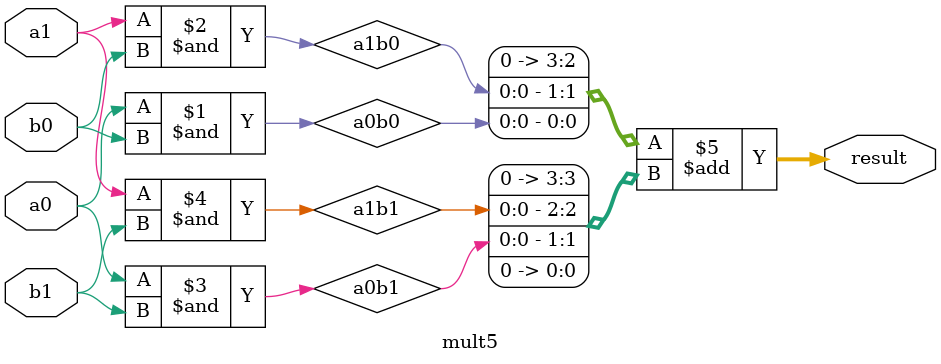
<source format=v>
module mult5 (input a1,a0,b1,b0,
            output [3:0] result);

    wire a0b0, a0b1, a1b0, a0b1;

    and gate_a0(a0b0, a0, b0);
    and gate_a1(a1b0, a1, b0);
    and gate_a2(a0b1, a0, b1);
    and gate_a3(a1b1, a1, b1);

    assign result = {a1b0,a0b0} + {a1b1,a0b1,1'b0};
endmodule
</source>
